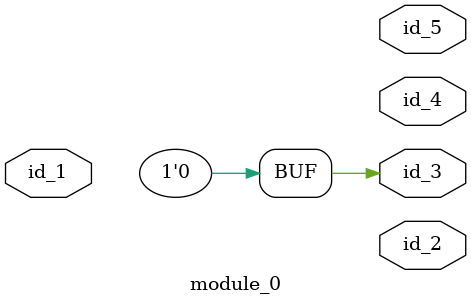
<source format=v>
`timescale 1ps / 1 ps
module module_0 (
    id_1,
    id_2,
    id_3,
    id_4,
    id_5
);
  output id_5;
  output id_4;
  output id_3;
  output id_2;
  input id_1;
  assign id_3 = 1'b0;
endmodule

</source>
